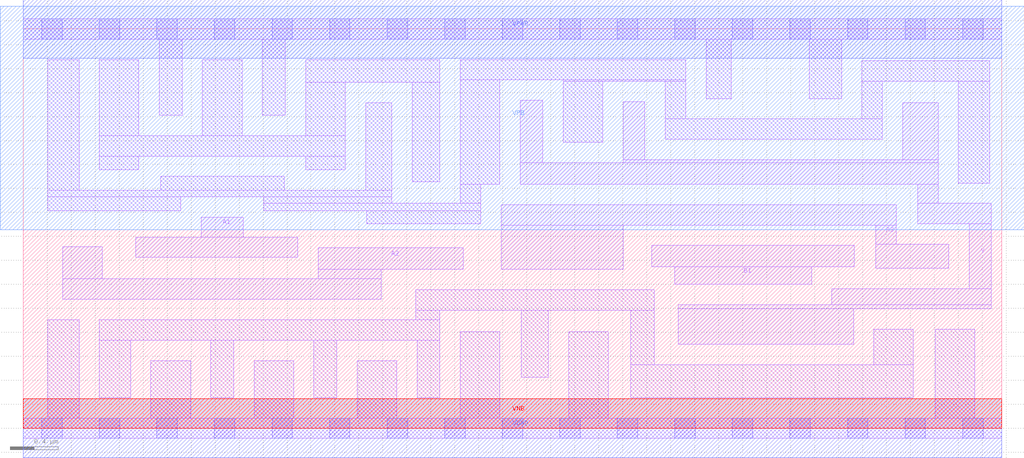
<source format=lef>
# Copyright 2020 The SkyWater PDK Authors
#
# Licensed under the Apache License, Version 2.0 (the "License");
# you may not use this file except in compliance with the License.
# You may obtain a copy of the License at
#
#     https://www.apache.org/licenses/LICENSE-2.0
#
# Unless required by applicable law or agreed to in writing, software
# distributed under the License is distributed on an "AS IS" BASIS,
# WITHOUT WARRANTIES OR CONDITIONS OF ANY KIND, either express or implied.
# See the License for the specific language governing permissions and
# limitations under the License.
#
# SPDX-License-Identifier: Apache-2.0

VERSION 5.7 ;
  NOWIREEXTENSIONATPIN ON ;
  DIVIDERCHAR "/" ;
  BUSBITCHARS "[]" ;
MACRO sky130_fd_sc_lp__o31ai_4
  CLASS CORE ;
  FOREIGN sky130_fd_sc_lp__o31ai_4 ;
  ORIGIN  0.000000  0.000000 ;
  SIZE  8.160000 BY  3.330000 ;
  SYMMETRY X Y R90 ;
  SITE unit ;
  PIN A1
    ANTENNAGATEAREA  1.260000 ;
    DIRECTION INPUT ;
    USE SIGNAL ;
    PORT
      LAYER li1 ;
        RECT 0.940000 1.425000 2.290000 1.595000 ;
        RECT 1.485000 1.595000 1.835000 1.760000 ;
    END
  END A1
  PIN A2
    ANTENNAGATEAREA  1.260000 ;
    DIRECTION INPUT ;
    USE SIGNAL ;
    PORT
      LAYER li1 ;
        RECT 0.330000 1.075000 2.985000 1.245000 ;
        RECT 0.330000 1.245000 0.660000 1.515000 ;
        RECT 2.460000 1.245000 2.985000 1.325000 ;
        RECT 2.460000 1.325000 3.670000 1.505000 ;
    END
  END A2
  PIN A3
    ANTENNAGATEAREA  1.260000 ;
    DIRECTION INPUT ;
    USE SIGNAL ;
    PORT
      LAYER li1 ;
        RECT 3.985000 1.325000 5.005000 1.695000 ;
        RECT 3.985000 1.695000 7.280000 1.865000 ;
        RECT 7.110000 1.335000 7.720000 1.535000 ;
        RECT 7.110000 1.535000 7.280000 1.695000 ;
    END
  END A3
  PIN B1
    ANTENNAGATEAREA  1.260000 ;
    DIRECTION INPUT ;
    USE SIGNAL ;
    PORT
      LAYER li1 ;
        RECT 5.240000 1.345000 6.930000 1.525000 ;
        RECT 5.435000 1.200000 6.575000 1.345000 ;
    END
  END B1
  PIN Y
    ANTENNADIFFAREA  2.318400 ;
    DIRECTION OUTPUT ;
    USE SIGNAL ;
    PORT
      LAYER li1 ;
        RECT 4.145000 2.035000 7.630000 2.215000 ;
        RECT 4.145000 2.215000 4.335000 2.735000 ;
        RECT 5.005000 2.215000 7.630000 2.240000 ;
        RECT 5.005000 2.240000 5.185000 2.725000 ;
        RECT 5.465000 0.700000 6.925000 0.995000 ;
        RECT 5.465000 0.995000 8.075000 1.030000 ;
        RECT 6.745000 1.030000 8.075000 1.165000 ;
        RECT 7.335000 2.240000 7.630000 2.715000 ;
        RECT 7.460000 1.705000 8.075000 1.875000 ;
        RECT 7.460000 1.875000 7.630000 2.035000 ;
        RECT 7.890000 1.165000 8.075000 1.705000 ;
    END
  END Y
  PIN VGND
    DIRECTION INOUT ;
    USE GROUND ;
    PORT
      LAYER met1 ;
        RECT 0.000000 -0.245000 8.160000 0.245000 ;
    END
  END VGND
  PIN VNB
    DIRECTION INOUT ;
    USE GROUND ;
    PORT
      LAYER pwell ;
        RECT 0.000000 0.000000 8.160000 0.245000 ;
    END
  END VNB
  PIN VPB
    DIRECTION INOUT ;
    USE POWER ;
    PORT
      LAYER nwell ;
        RECT -0.190000 1.655000 8.350000 3.520000 ;
    END
  END VPB
  PIN VPWR
    DIRECTION INOUT ;
    USE POWER ;
    PORT
      LAYER met1 ;
        RECT 0.000000 3.085000 8.160000 3.575000 ;
    END
  END VPWR
  OBS
    LAYER li1 ;
      RECT 0.000000 -0.085000 8.160000 0.085000 ;
      RECT 0.000000  3.245000 8.160000 3.415000 ;
      RECT 0.205000  0.085000 0.465000 0.905000 ;
      RECT 0.205000  1.815000 1.315000 1.930000 ;
      RECT 0.205000  1.930000 3.075000 1.985000 ;
      RECT 0.205000  1.985000 0.465000 3.075000 ;
      RECT 0.635000  0.255000 0.895000 0.735000 ;
      RECT 0.635000  0.735000 3.475000 0.905000 ;
      RECT 0.635000  2.155000 0.965000 2.270000 ;
      RECT 0.635000  2.270000 2.685000 2.440000 ;
      RECT 0.635000  2.440000 0.965000 3.075000 ;
      RECT 1.065000  0.085000 1.395000 0.565000 ;
      RECT 1.135000  2.610000 1.325000 3.245000 ;
      RECT 1.145000  1.985000 2.175000 2.100000 ;
      RECT 1.495000  2.440000 1.825000 3.075000 ;
      RECT 1.565000  0.255000 1.755000 0.735000 ;
      RECT 1.925000  0.085000 2.255000 0.565000 ;
      RECT 1.995000  2.610000 2.185000 3.245000 ;
      RECT 2.005000  1.815000 3.815000 1.875000 ;
      RECT 2.005000  1.875000 3.075000 1.930000 ;
      RECT 2.355000  2.155000 2.685000 2.270000 ;
      RECT 2.355000  2.440000 2.685000 2.885000 ;
      RECT 2.355000  2.885000 3.475000 3.075000 ;
      RECT 2.425000  0.255000 2.615000 0.735000 ;
      RECT 2.785000  0.085000 3.115000 0.565000 ;
      RECT 2.855000  1.985000 3.075000 2.715000 ;
      RECT 2.865000  1.705000 3.815000 1.815000 ;
      RECT 3.245000  2.055000 3.475000 2.885000 ;
      RECT 3.275000  0.905000 3.475000 0.985000 ;
      RECT 3.275000  0.985000 5.265000 1.155000 ;
      RECT 3.285000  0.255000 3.475000 0.735000 ;
      RECT 3.645000  0.085000 3.975000 0.805000 ;
      RECT 3.645000  1.875000 3.815000 2.035000 ;
      RECT 3.645000  2.035000 3.975000 2.905000 ;
      RECT 3.645000  2.905000 5.525000 3.075000 ;
      RECT 4.155000  0.425000 4.380000 0.985000 ;
      RECT 4.505000  2.385000 4.835000 2.895000 ;
      RECT 4.505000  2.895000 5.525000 2.905000 ;
      RECT 4.550000  0.085000 4.880000 0.805000 ;
      RECT 5.065000  0.255000 7.425000 0.530000 ;
      RECT 5.065000  0.530000 5.265000 0.985000 ;
      RECT 5.355000  2.410000 7.165000 2.580000 ;
      RECT 5.355000  2.580000 5.525000 2.895000 ;
      RECT 5.695000  2.750000 5.905000 3.245000 ;
      RECT 6.555000  2.750000 6.825000 3.245000 ;
      RECT 6.995000  2.580000 7.165000 2.895000 ;
      RECT 6.995000  2.895000 8.060000 3.065000 ;
      RECT 7.095000  0.530000 7.425000 0.825000 ;
      RECT 7.605000  0.085000 7.935000 0.825000 ;
      RECT 7.800000  2.045000 8.060000 2.895000 ;
    LAYER mcon ;
      RECT 0.155000 -0.085000 0.325000 0.085000 ;
      RECT 0.155000  3.245000 0.325000 3.415000 ;
      RECT 0.635000 -0.085000 0.805000 0.085000 ;
      RECT 0.635000  3.245000 0.805000 3.415000 ;
      RECT 1.115000 -0.085000 1.285000 0.085000 ;
      RECT 1.115000  3.245000 1.285000 3.415000 ;
      RECT 1.595000 -0.085000 1.765000 0.085000 ;
      RECT 1.595000  3.245000 1.765000 3.415000 ;
      RECT 2.075000 -0.085000 2.245000 0.085000 ;
      RECT 2.075000  3.245000 2.245000 3.415000 ;
      RECT 2.555000 -0.085000 2.725000 0.085000 ;
      RECT 2.555000  3.245000 2.725000 3.415000 ;
      RECT 3.035000 -0.085000 3.205000 0.085000 ;
      RECT 3.035000  3.245000 3.205000 3.415000 ;
      RECT 3.515000 -0.085000 3.685000 0.085000 ;
      RECT 3.515000  3.245000 3.685000 3.415000 ;
      RECT 3.995000 -0.085000 4.165000 0.085000 ;
      RECT 3.995000  3.245000 4.165000 3.415000 ;
      RECT 4.475000 -0.085000 4.645000 0.085000 ;
      RECT 4.475000  3.245000 4.645000 3.415000 ;
      RECT 4.955000 -0.085000 5.125000 0.085000 ;
      RECT 4.955000  3.245000 5.125000 3.415000 ;
      RECT 5.435000 -0.085000 5.605000 0.085000 ;
      RECT 5.435000  3.245000 5.605000 3.415000 ;
      RECT 5.915000 -0.085000 6.085000 0.085000 ;
      RECT 5.915000  3.245000 6.085000 3.415000 ;
      RECT 6.395000 -0.085000 6.565000 0.085000 ;
      RECT 6.395000  3.245000 6.565000 3.415000 ;
      RECT 6.875000 -0.085000 7.045000 0.085000 ;
      RECT 6.875000  3.245000 7.045000 3.415000 ;
      RECT 7.355000 -0.085000 7.525000 0.085000 ;
      RECT 7.355000  3.245000 7.525000 3.415000 ;
      RECT 7.835000 -0.085000 8.005000 0.085000 ;
      RECT 7.835000  3.245000 8.005000 3.415000 ;
  END
END sky130_fd_sc_lp__o31ai_4
END LIBRARY

</source>
